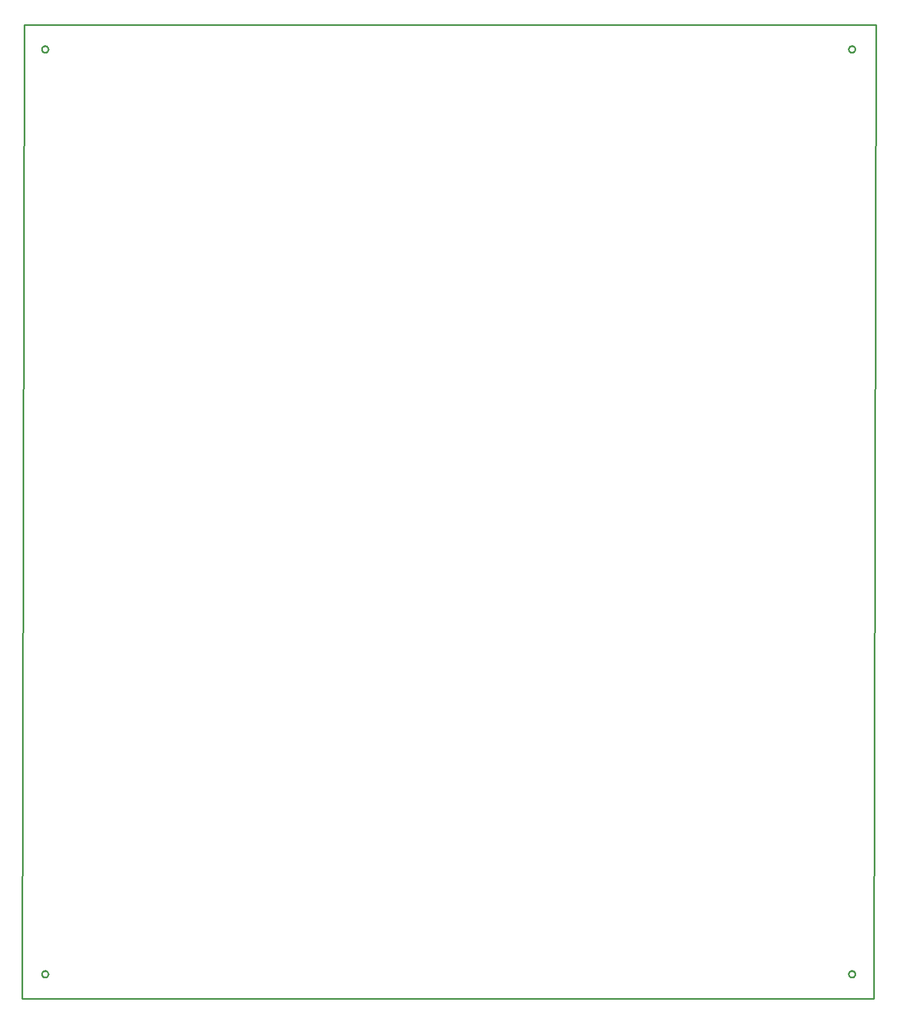
<source format=gbr>
G04 EAGLE Gerber RS-274X export*
G75*
%MOMM*%
%FSLAX34Y34*%
%LPD*%
%IN*%
%IPPOS*%
%AMOC8*
5,1,8,0,0,1.08239X$1,22.5*%
G01*
%ADD10C,0.254000*%


D10*
X-65000Y-48000D02*
X1244000Y-48000D01*
X1247000Y1447300D01*
X-62000Y1447300D01*
X-65000Y-48000D01*
X1215000Y1409719D02*
X1214937Y1409161D01*
X1214812Y1408614D01*
X1214627Y1408084D01*
X1214383Y1407578D01*
X1214084Y1407102D01*
X1213734Y1406663D01*
X1213337Y1406266D01*
X1212898Y1405916D01*
X1212422Y1405617D01*
X1211916Y1405373D01*
X1211386Y1405188D01*
X1210839Y1405063D01*
X1210281Y1405000D01*
X1209719Y1405000D01*
X1209161Y1405063D01*
X1208614Y1405188D01*
X1208084Y1405373D01*
X1207578Y1405617D01*
X1207102Y1405916D01*
X1206663Y1406266D01*
X1206266Y1406663D01*
X1205916Y1407102D01*
X1205617Y1407578D01*
X1205373Y1408084D01*
X1205188Y1408614D01*
X1205063Y1409161D01*
X1205000Y1409719D01*
X1205000Y1410281D01*
X1205063Y1410839D01*
X1205188Y1411386D01*
X1205373Y1411916D01*
X1205617Y1412422D01*
X1205916Y1412898D01*
X1206266Y1413337D01*
X1206663Y1413734D01*
X1207102Y1414084D01*
X1207578Y1414383D01*
X1208084Y1414627D01*
X1208614Y1414812D01*
X1209161Y1414937D01*
X1209719Y1415000D01*
X1210281Y1415000D01*
X1210839Y1414937D01*
X1211386Y1414812D01*
X1211916Y1414627D01*
X1212422Y1414383D01*
X1212898Y1414084D01*
X1213337Y1413734D01*
X1213734Y1413337D01*
X1214084Y1412898D01*
X1214383Y1412422D01*
X1214627Y1411916D01*
X1214812Y1411386D01*
X1214937Y1410839D01*
X1215000Y1410281D01*
X1215000Y1409719D01*
X1215000Y-10281D02*
X1214937Y-10839D01*
X1214812Y-11386D01*
X1214627Y-11916D01*
X1214383Y-12422D01*
X1214084Y-12898D01*
X1213734Y-13337D01*
X1213337Y-13734D01*
X1212898Y-14084D01*
X1212422Y-14383D01*
X1211916Y-14627D01*
X1211386Y-14812D01*
X1210839Y-14937D01*
X1210281Y-15000D01*
X1209719Y-15000D01*
X1209161Y-14937D01*
X1208614Y-14812D01*
X1208084Y-14627D01*
X1207578Y-14383D01*
X1207102Y-14084D01*
X1206663Y-13734D01*
X1206266Y-13337D01*
X1205916Y-12898D01*
X1205617Y-12422D01*
X1205373Y-11916D01*
X1205188Y-11386D01*
X1205063Y-10839D01*
X1205000Y-10281D01*
X1205000Y-9719D01*
X1205063Y-9161D01*
X1205188Y-8614D01*
X1205373Y-8084D01*
X1205617Y-7578D01*
X1205916Y-7102D01*
X1206266Y-6663D01*
X1206663Y-6266D01*
X1207102Y-5916D01*
X1207578Y-5617D01*
X1208084Y-5373D01*
X1208614Y-5188D01*
X1209161Y-5063D01*
X1209719Y-5000D01*
X1210281Y-5000D01*
X1210839Y-5063D01*
X1211386Y-5188D01*
X1211916Y-5373D01*
X1212422Y-5617D01*
X1212898Y-5916D01*
X1213337Y-6266D01*
X1213734Y-6663D01*
X1214084Y-7102D01*
X1214383Y-7578D01*
X1214627Y-8084D01*
X1214812Y-8614D01*
X1214937Y-9161D01*
X1215000Y-9719D01*
X1215000Y-10281D01*
X-25000Y1409719D02*
X-25063Y1409161D01*
X-25188Y1408614D01*
X-25373Y1408084D01*
X-25617Y1407578D01*
X-25916Y1407102D01*
X-26266Y1406663D01*
X-26663Y1406266D01*
X-27102Y1405916D01*
X-27578Y1405617D01*
X-28084Y1405373D01*
X-28614Y1405188D01*
X-29161Y1405063D01*
X-29719Y1405000D01*
X-30281Y1405000D01*
X-30839Y1405063D01*
X-31386Y1405188D01*
X-31916Y1405373D01*
X-32422Y1405617D01*
X-32898Y1405916D01*
X-33337Y1406266D01*
X-33734Y1406663D01*
X-34084Y1407102D01*
X-34383Y1407578D01*
X-34627Y1408084D01*
X-34812Y1408614D01*
X-34937Y1409161D01*
X-35000Y1409719D01*
X-35000Y1410281D01*
X-34937Y1410839D01*
X-34812Y1411386D01*
X-34627Y1411916D01*
X-34383Y1412422D01*
X-34084Y1412898D01*
X-33734Y1413337D01*
X-33337Y1413734D01*
X-32898Y1414084D01*
X-32422Y1414383D01*
X-31916Y1414627D01*
X-31386Y1414812D01*
X-30839Y1414937D01*
X-30281Y1415000D01*
X-29719Y1415000D01*
X-29161Y1414937D01*
X-28614Y1414812D01*
X-28084Y1414627D01*
X-27578Y1414383D01*
X-27102Y1414084D01*
X-26663Y1413734D01*
X-26266Y1413337D01*
X-25916Y1412898D01*
X-25617Y1412422D01*
X-25373Y1411916D01*
X-25188Y1411386D01*
X-25063Y1410839D01*
X-25000Y1410281D01*
X-25000Y1409719D01*
X-25000Y-10281D02*
X-25063Y-10839D01*
X-25188Y-11386D01*
X-25373Y-11916D01*
X-25617Y-12422D01*
X-25916Y-12898D01*
X-26266Y-13337D01*
X-26663Y-13734D01*
X-27102Y-14084D01*
X-27578Y-14383D01*
X-28084Y-14627D01*
X-28614Y-14812D01*
X-29161Y-14937D01*
X-29719Y-15000D01*
X-30281Y-15000D01*
X-30839Y-14937D01*
X-31386Y-14812D01*
X-31916Y-14627D01*
X-32422Y-14383D01*
X-32898Y-14084D01*
X-33337Y-13734D01*
X-33734Y-13337D01*
X-34084Y-12898D01*
X-34383Y-12422D01*
X-34627Y-11916D01*
X-34812Y-11386D01*
X-34937Y-10839D01*
X-35000Y-10281D01*
X-35000Y-9719D01*
X-34937Y-9161D01*
X-34812Y-8614D01*
X-34627Y-8084D01*
X-34383Y-7578D01*
X-34084Y-7102D01*
X-33734Y-6663D01*
X-33337Y-6266D01*
X-32898Y-5916D01*
X-32422Y-5617D01*
X-31916Y-5373D01*
X-31386Y-5188D01*
X-30839Y-5063D01*
X-30281Y-5000D01*
X-29719Y-5000D01*
X-29161Y-5063D01*
X-28614Y-5188D01*
X-28084Y-5373D01*
X-27578Y-5617D01*
X-27102Y-5916D01*
X-26663Y-6266D01*
X-26266Y-6663D01*
X-25916Y-7102D01*
X-25617Y-7578D01*
X-25373Y-8084D01*
X-25188Y-8614D01*
X-25063Y-9161D01*
X-25000Y-9719D01*
X-25000Y-10281D01*
M02*

</source>
